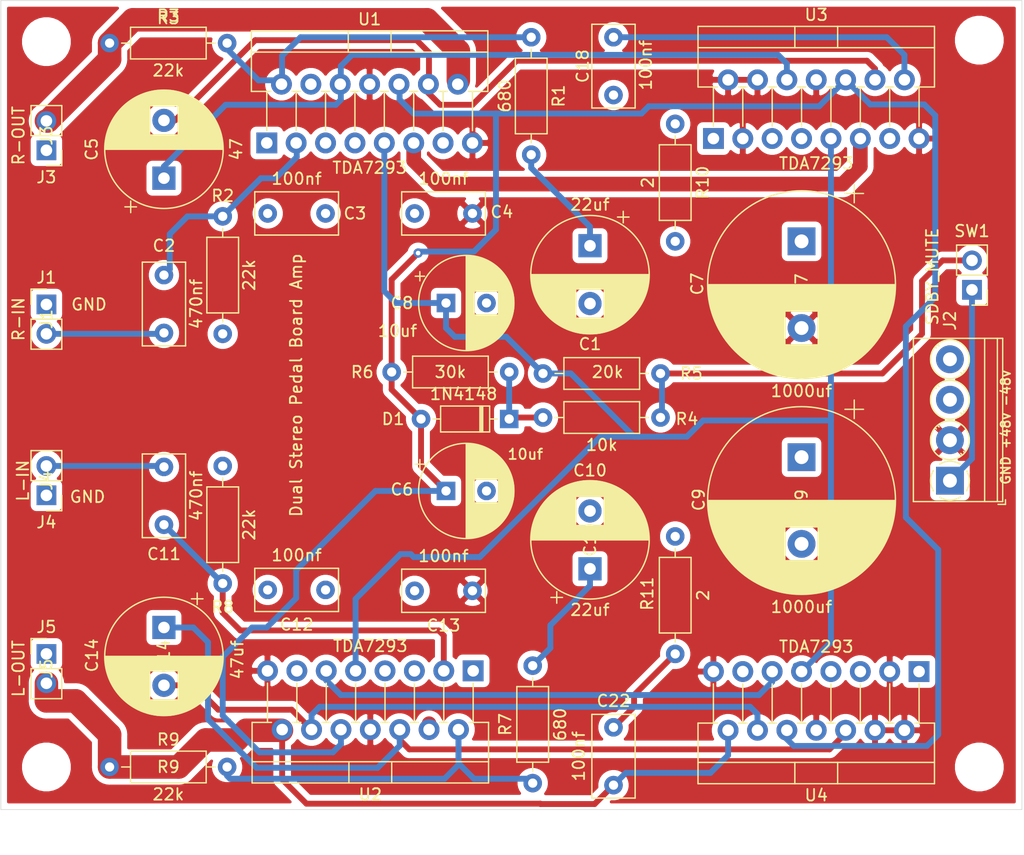
<source format=kicad_pcb>
(kicad_pcb (version 20171130) (host pcbnew "(5.1.8-0-10_14)")
  (layers (0 -48 signal) (1 +48 power) (2 GND power) (31 B.Cu signal) (34 B.Paste user) (35 F.Paste user) (36 B.SilkS user) (37 F.SilkS user) (38 B.Mask user) (39 F.Mask user) (44 Edge.Cuts user))
  (net 0 "")
  (net 1 GND)
  (net 2 "Net-(C1-Pad1)")
  (net 3 "Net-(C2-Pad2)")
  (net 4 "Net-(C2-Pad1)")
  (net 5 "Net-(D1-Pad1)")
  (net 6 "Net-(R1-Pad1)")
  (net 7 +5V)
  (net 8 "Net-(C10-Pad1)")
  (net 9 "Net-(C11-Pad2)")
  (net 10 "Net-(C11-Pad1)")
  (net 11 "Net-(R7-Pad1)")
  (net 12 +48vFilter)
  (net 13 -48vFilter)
  (net 14 MUTE)
  (net 15 STBY)
  (net 16 "Net-(C5-Pad2)")
  (net 17 "Net-(C5-Pad1)")
  (net 18 "Net-(C14-Pad2)")
  (net 19 "Net-(C14-Pad1)")
  (net 20 "Net-(R4-Pad2)")
  (net 21 "Net-(C18-Pad1)")
  (net 22 "Net-(C22-Pad1)")
  (net 23 BUFF_DRV)
  (net 24 BUFF_DRV_L)
  (net 25 "Net-(C18-Pad2)")
  (net 26 "Net-(C22-Pad2)")
  (module TerminalBlock_Phoenix:TerminalBlock_Phoenix_PT-1,5-4-3.5-H_1x04_P3.50mm_Horizontal (layer -48) (at 196.215 82.55 90)
    (fp_text reference J2 (at 13.843 0 90) (layer F.SilkS))
    (fp_text value DC_IN)
    (pad 4 thru_hole circle (at 10.5 0 90) (size 2.4 2.4) (drill 1.2) (layers *.Cu *.Mask) (net 1 GND))
    (pad 3 thru_hole circle (at 7 0 90) (size 2.4 2.4) (drill 1.2) (layers *.Cu *.Mask) (net 12 +48vFilter))
    (pad 2 thru_hole circle (at 3.5 0 90) (size 2.4 2.4) (drill 1.2) (layers *.Cu *.Mask) (net 13 -48vFilter))
    (pad 1 thru_hole rect (at 0 0 90) (size 2.4 2.4) (drill 1.2) (layers *.Cu *.Mask) (net 7 +5V))
  )
  (module Package_TO_SOT_THT:TO-220-15_P2.54x2.54mm_StaggerOdd_Lead4.58mm_Vertical (layer -48) (at 193.548 99.06 180)
    (fp_text reference U4 (at 8.89 -10.7) (layer F.SilkS))
    (fp_text value TDA7293 (at 8.89 2.15) (layer F.SilkS))
    (pad 15 thru_hole oval (at 17.78 0 180) (size 1.8 1.8) (drill 1) (layers *.Cu *.Mask) (net 13 -48vFilter))
    (pad 14 thru_hole oval (at 16.51 -5.08 180) (size 1.8 1.8) (drill 1) (layers *.Cu *.Mask) (net 26 "Net-(C22-Pad2)"))
    (pad 13 thru_hole oval (at 15.24 0 180) (size 1.8 1.8) (drill 1) (layers *.Cu *.Mask) (net 12 +48vFilter))
    (pad 12 thru_hole oval (at 13.97 -5.08 180) (size 1.8 1.8) (drill 1) (layers *.Cu *.Mask) (net 18 "Net-(C14-Pad2)"))
    (pad 11 thru_hole oval (at 12.7 0 180) (size 1.8 1.8) (drill 1) (layers *.Cu *.Mask) (net 24 BUFF_DRV_L))
    (pad 10 thru_hole oval (at 11.43 -5.08 180) (size 1.8 1.8) (drill 1) (layers *.Cu *.Mask) (net 14 MUTE))
    (pad 9 thru_hole oval (at 10.16 0 180) (size 1.8 1.8) (drill 1) (layers *.Cu *.Mask) (net 15 STBY))
    (pad 8 thru_hole oval (at 8.89 -5.08 180) (size 1.8 1.8) (drill 1) (layers *.Cu *.Mask) (net 13 -48vFilter))
    (pad 7 thru_hole oval (at 7.62 0 180) (size 1.8 1.8) (drill 1) (layers *.Cu *.Mask) (net 12 +48vFilter))
    (pad 6 thru_hole oval (at 6.35 -5.08 180) (size 1.8 1.8) (drill 1) (layers *.Cu *.Mask) (net 19 "Net-(C14-Pad1)"))
    (pad 5 thru_hole oval (at 5.08 0 180) (size 1.8 1.8) (drill 1) (layers *.Cu *.Mask))
    (pad 4 thru_hole oval (at 3.81 -5.08 180) (size 1.8 1.8) (drill 1) (layers *.Cu *.Mask) (net 13 -48vFilter))
    (pad 3 thru_hole oval (at 2.54 0 180) (size 1.8 1.8) (drill 1) (layers *.Cu *.Mask) (net 13 -48vFilter))
    (pad 2 thru_hole oval (at 1.27 -5.08 180) (size 1.8 1.8) (drill 1) (layers *.Cu *.Mask) (net 13 -48vFilter))
    (pad 1 thru_hole rect (at 0 0 180) (size 1.8 1.8) (drill 1) (layers *.Cu *.Mask) (net 1 GND))
  )
  (module Package_TO_SOT_THT:TO-220-15_P2.54x2.54mm_StaggerOdd_Lead4.58mm_Vertical (layer -48) (at 137.16 53.34)
    (fp_text reference U1 (at 8.89 -10.7) (layer F.SilkS))
    (fp_text value TDA7293 (at 8.89 2.15) (layer F.SilkS))
    (pad 15 thru_hole oval (at 17.78 0) (size 1.8 1.8) (drill 1) (layers *.Cu *.Mask) (net 13 -48vFilter))
    (pad 14 thru_hole oval (at 16.51 -5.08) (size 1.8 1.8) (drill 1) (layers *.Cu *.Mask) (net 25 "Net-(C18-Pad2)"))
    (pad 13 thru_hole oval (at 15.24 0) (size 1.8 1.8) (drill 1) (layers *.Cu *.Mask) (net 12 +48vFilter))
    (pad 12 thru_hole oval (at 13.97 -5.08) (size 1.8 1.8) (drill 1) (layers *.Cu *.Mask) (net 16 "Net-(C5-Pad2)"))
    (pad 11 thru_hole oval (at 12.7 0) (size 1.8 1.8) (drill 1) (layers *.Cu *.Mask) (net 23 BUFF_DRV))
    (pad 10 thru_hole oval (at 11.43 -5.08) (size 1.8 1.8) (drill 1) (layers *.Cu *.Mask) (net 14 MUTE))
    (pad 9 thru_hole oval (at 10.16 0) (size 1.8 1.8) (drill 1) (layers *.Cu *.Mask) (net 15 STBY))
    (pad 8 thru_hole oval (at 8.89 -5.08) (size 1.8 1.8) (drill 1) (layers *.Cu *.Mask) (net 13 -48vFilter))
    (pad 7 thru_hole oval (at 7.62 0) (size 1.8 1.8) (drill 1) (layers *.Cu *.Mask) (net 12 +48vFilter))
    (pad 6 thru_hole oval (at 6.35 -5.08) (size 1.8 1.8) (drill 1) (layers *.Cu *.Mask) (net 17 "Net-(C5-Pad1)"))
    (pad 5 thru_hole oval (at 5.08 0) (size 1.8 1.8) (drill 1) (layers *.Cu *.Mask))
    (pad 4 thru_hole oval (at 3.81 -5.08) (size 1.8 1.8) (drill 1) (layers *.Cu *.Mask) (net 1 GND))
    (pad 3 thru_hole oval (at 2.54 0) (size 1.8 1.8) (drill 1) (layers *.Cu *.Mask) (net 4 "Net-(C2-Pad1)"))
    (pad 2 thru_hole oval (at 1.27 -5.08) (size 1.8 1.8) (drill 1) (layers *.Cu *.Mask) (net 6 "Net-(R1-Pad1)"))
    (pad 1 thru_hole rect (at 0 0) (size 1.8 1.8) (drill 1) (layers *.Cu *.Mask) (net 1 GND))
  )
  (module Resistor_THT:R_Axial_DIN0207_L6.3mm_D2.5mm_P10.16mm_Horizontal (layer -48) (at 172.466 97.536 90)
    (fp_text reference R11 (at 5.207 -2.413 90) (layer F.SilkS))
    (fp_text value 2 (at 5.08 2.413 90) (layer F.SilkS))
    (pad 2 thru_hole oval (at 10.16 0 90) (size 1.6 1.6) (drill 0.8) (layers *.Cu *.Mask) (net 1 GND))
    (pad 1 thru_hole circle (at 0 0 90) (size 1.6 1.6) (drill 0.8) (layers *.Cu *.Mask) (net 22 "Net-(C22-Pad1)"))
  )
  (module Package_TO_SOT_THT:TO-220-15_P2.54x2.54mm_StaggerOdd_Lead4.58mm_Vertical (layer -48) (at 175.768 52.959)
    (fp_text reference U3 (at 8.89 -10.7) (layer F.SilkS))
    (fp_text value TDA7293 (at 8.89 2.15) (layer F.SilkS))
    (pad 15 thru_hole oval (at 17.78 0) (size 1.8 1.8) (drill 1) (layers *.Cu *.Mask) (net 13 -48vFilter))
    (pad 14 thru_hole oval (at 16.51 -5.08) (size 1.8 1.8) (drill 1) (layers *.Cu *.Mask) (net 25 "Net-(C18-Pad2)"))
    (pad 13 thru_hole oval (at 15.24 0) (size 1.8 1.8) (drill 1) (layers *.Cu *.Mask) (net 12 +48vFilter))
    (pad 12 thru_hole oval (at 13.97 -5.08) (size 1.8 1.8) (drill 1) (layers *.Cu *.Mask) (net 16 "Net-(C5-Pad2)"))
    (pad 11 thru_hole oval (at 12.7 0) (size 1.8 1.8) (drill 1) (layers *.Cu *.Mask) (net 23 BUFF_DRV))
    (pad 10 thru_hole oval (at 11.43 -5.08) (size 1.8 1.8) (drill 1) (layers *.Cu *.Mask) (net 14 MUTE))
    (pad 9 thru_hole oval (at 10.16 0) (size 1.8 1.8) (drill 1) (layers *.Cu *.Mask) (net 15 STBY))
    (pad 8 thru_hole oval (at 8.89 -5.08) (size 1.8 1.8) (drill 1) (layers *.Cu *.Mask) (net 13 -48vFilter))
    (pad 7 thru_hole oval (at 7.62 0) (size 1.8 1.8) (drill 1) (layers *.Cu *.Mask) (net 12 +48vFilter))
    (pad 6 thru_hole oval (at 6.35 -5.08) (size 1.8 1.8) (drill 1) (layers *.Cu *.Mask) (net 17 "Net-(C5-Pad1)"))
    (pad 5 thru_hole oval (at 5.08 0) (size 1.8 1.8) (drill 1) (layers *.Cu *.Mask))
    (pad 4 thru_hole oval (at 3.81 -5.08) (size 1.8 1.8) (drill 1) (layers *.Cu *.Mask) (net 13 -48vFilter))
    (pad 3 thru_hole oval (at 2.54 0) (size 1.8 1.8) (drill 1) (layers *.Cu *.Mask) (net 13 -48vFilter))
    (pad 2 thru_hole oval (at 1.27 -5.08) (size 1.8 1.8) (drill 1) (layers *.Cu *.Mask) (net 13 -48vFilter))
    (pad 1 thru_hole rect (at 0 0) (size 1.8 1.8) (drill 1) (layers *.Cu *.Mask) (net 1 GND))
  )
  (module Resistor_THT:R_Axial_DIN0207_L6.3mm_D2.5mm_P10.16mm_Horizontal (layer -48) (at 172.466 51.689 270)
    (fp_text reference R10 (at 5.08 -2.37 90) (layer F.SilkS))
    (fp_text value 2 (at 5.08 2.37 90) (layer F.SilkS))
    (pad 2 thru_hole oval (at 10.16 0 270) (size 1.6 1.6) (drill 0.8) (layers *.Cu *.Mask) (net 1 GND))
    (pad 1 thru_hole circle (at 0 0 270) (size 1.6 1.6) (drill 0.8) (layers *.Cu *.Mask) (net 21 "Net-(C18-Pad1)"))
  )
  (module Capacitor_THT:C_Rect_L7.0mm_W3.5mm_P5.00mm (layer -48) (at 167.132 103.886 270)
    (fp_text reference C22 (at -2.286 0 180) (layer F.SilkS))
    (fp_text value 100nf (at 2.5 3 90) (layer F.SilkS))
    (pad 2 thru_hole circle (at 5 0 270) (size 1.6 1.6) (drill 0.8) (layers *.Cu *.Mask) (net 26 "Net-(C22-Pad2)"))
    (pad 1 thru_hole circle (at 0 0 270) (size 1.6 1.6) (drill 0.8) (layers *.Cu *.Mask) (net 22 "Net-(C22-Pad1)"))
  )
  (module Capacitor_THT:C_Rect_L7.0mm_W3.5mm_P5.00mm (layer -48) (at 167.132 49.196 90)
    (fp_text reference C18 (at 2.5 -2.667 90) (layer F.SilkS))
    (fp_text value 100nf (at 2.587 2.794 90) (layer F.SilkS))
    (pad 2 thru_hole circle (at 5 0 90) (size 1.6 1.6) (drill 0.8) (layers *.Cu *.Mask) (net 25 "Net-(C18-Pad2)"))
    (pad 1 thru_hole circle (at 0 0 90) (size 1.6 1.6) (drill 0.8) (layers *.Cu *.Mask) (net 21 "Net-(C18-Pad1)"))
  )
  (module Capacitor_THT:CP_Radial_D10.0mm_P5.00mm (layer -48) (at 128.27 95.25 270)
    (fp_text reference C14 (at 2.413 6.223 90) (layer F.SilkS))
    (fp_text value 47uf (at 2.794 -6.35 90) (layer F.SilkS))
    (fp_text user %R (at 2.5 0 90) (layer F.SilkS))
    (pad 2 thru_hole circle (at 5 0 270) (size 2 2) (drill 1) (layers *.Cu *.Mask) (net 18 "Net-(C14-Pad2)"))
    (pad 1 thru_hole rect (at 0 0 270) (size 2 2) (drill 1) (layers *.Cu *.Mask) (net 19 "Net-(C14-Pad1)"))
  )
  (module Capacitor_THT:CP_Radial_D10.0mm_P5.00mm (layer -48) (at 128.27 56.388 90)
    (fp_text reference C5 (at 2.5 -6.25 90) (layer F.SilkS))
    (fp_text value 47 (at 2.5 6.25 90) (layer F.SilkS))
    (pad 2 thru_hole circle (at 5 0 90) (size 2 2) (drill 1) (layers *.Cu *.Mask) (net 16 "Net-(C5-Pad2)"))
    (pad 1 thru_hole rect (at 0 0 90) (size 2 2) (drill 1) (layers *.Cu *.Mask) (net 17 "Net-(C5-Pad1)"))
  )
  (module Capacitor_THT:CP_Radial_D8.0mm_P3.50mm (layer -48) (at 152.654 67.183)
    (fp_text reference C8 (at -3.81 0) (layer F.SilkS))
    (fp_text value 10uf (at -4.191 2.413) (layer F.SilkS))
    (pad 2 thru_hole circle (at 3.5 0) (size 1.6 1.6) (drill 0.8) (layers *.Cu *.Mask) (net 1 GND))
    (pad 1 thru_hole rect (at 0 0) (size 1.6 1.6) (drill 0.8) (layers *.Cu *.Mask) (net 15 STBY))
  )
  (module Capacitor_THT:CP_Radial_D8.0mm_P3.50mm (layer -48) (at 152.654 83.439)
    (fp_text reference C6 (at -3.81 -0.127) (layer F.SilkS))
    (fp_text value 10uf (at 6.858 -3.175) (layer F.SilkS) (effects (font (size 0.9 0.9))))
    (pad 2 thru_hole circle (at 3.5 0) (size 1.6 1.6) (drill 0.8) (layers *.Cu *.Mask) (net 1 GND))
    (pad 1 thru_hole rect (at 0 0) (size 1.6 1.6) (drill 0.8) (layers *.Cu *.Mask) (net 14 MUTE))
  )
  (module Capacitor_THT:CP_Radial_D10.0mm_P5.00mm (layer -48) (at 165.1 62.23 270)
    (fp_text reference C1 (at 8.509 0 180) (layer F.SilkS))
    (fp_text value 22uf (at -3.556 0 180) (layer F.SilkS))
    (pad 2 thru_hole circle (at 5 0 270) (size 2 2) (drill 1) (layers *.Cu *.Mask) (net 1 GND))
    (pad 1 thru_hole rect (at 0 0 270) (size 2 2) (drill 1) (layers *.Cu *.Mask) (net 2 "Net-(C1-Pad1)"))
  )
  (module MountingHole:MountingHole_3.2mm_M3 (layer -48) (at 118.11 107.315)
    (fp_text reference H4 hide)
    (fp_text value MountingHole hide)
    (fp_text user %R (at 0.3 0) (layer F.SilkS))
    (pad 1 np_thru_hole circle (at 0 0) (size 3.2 3.2) (drill 3.2) (layers *.Cu *.Mask))
  )
  (module MountingHole:MountingHole_3.2mm_M3 (layer -48) (at 198.755 44.45)
    (fp_text reference H3 hide)
    (fp_text value MountingHole hide)
    (fp_text user %R (at 0.3 0) (layer F.SilkS))
    (pad 1 np_thru_hole circle (at 0 0) (size 3.2 3.2) (drill 3.2) (layers *.Cu *.Mask))
  )
  (module MountingHole:MountingHole_3.2mm_M3 (layer -48) (at 198.755 107.315)
    (fp_text reference H2 hide)
    (fp_text value MountingHole hide)
    (fp_text user %R (at 0.3 0) (layer F.SilkS))
    (pad 1 np_thru_hole circle (at 0 0) (size 3.2 3.2) (drill 3.2) (layers *.Cu *.Mask))
  )
  (module MountingHole:MountingHole_3.2mm_M3 (layer -48) (at 118.11 44.577)
    (fp_text reference H1 hide)
    (fp_text value MountingHole hide)
    (fp_text user %R (at 0.127 0) (layer F.SilkS))
    (pad 1 np_thru_hole circle (at 0 0) (size 3.2 3.2) (drill 3.2) (layers *.Cu *.Mask))
  )
  (module Capacitor_THT:CP_Radial_D10.0mm_P5.00mm (layer -48) (at 165.1 90.17 90)
    (fp_text reference C10 (at 8.509 0 180) (layer F.SilkS))
    (fp_text value 22uf (at -3.556 0 180) (layer F.SilkS))
    (fp_text user %R (at 2.5 0 90) (layer F.SilkS))
    (pad 2 thru_hole circle (at 5 0 90) (size 2 2) (drill 1) (layers *.Cu *.Mask) (net 1 GND))
    (pad 1 thru_hole rect (at 0 0 90) (size 2 2) (drill 1) (layers *.Cu *.Mask) (net 8 "Net-(C10-Pad1)"))
  )
  (module Resistor_THT:R_Axial_DIN0207_L6.3mm_D2.5mm_P10.16mm_Horizontal (layer -48) (at 161.036 77.089)
    (fp_text reference R4 (at 12.446 0.127) (layer F.SilkS))
    (fp_text value 10k (at 5.08 2.37) (layer F.SilkS))
    (pad 2 thru_hole oval (at 10.16 0) (size 1.6 1.6) (drill 0.8) (layers *.Cu *.Mask) (net 20 "Net-(R4-Pad2)"))
    (pad 1 thru_hole circle (at 0 0) (size 1.6 1.6) (drill 0.8) (layers *.Cu *.Mask) (net 5 "Net-(D1-Pad1)"))
  )
  (module Capacitor_THT:C_Rect_L7.0mm_W3.5mm_P5.00mm (layer -48) (at 154.94 92.075 180)
    (fp_text reference C13 (at 2.5 -3) (layer F.SilkS))
    (fp_text value 100nf (at 2.5 3) (layer F.SilkS))
    (pad 2 thru_hole circle (at 5 0 180) (size 1.6 1.6) (drill 0.8) (layers *.Cu *.Mask) (net 1 GND))
    (pad 1 thru_hole circle (at 0 0 180) (size 1.6 1.6) (drill 0.8) (layers *.Cu *.Mask) (net 13 -48vFilter))
  )
  (module Package_TO_SOT_THT:TO-220-15_P2.54x2.54mm_StaggerOdd_Lead4.58mm_Vertical (layer -48) (at 155 99 180)
    (fp_text reference U2 (at 8.89 -10.7) (layer F.SilkS))
    (fp_text value TDA7293 (at 8.89 2.15) (layer F.SilkS))
    (fp_text user %R (at 8.89 -10.7) (layer F.SilkS))
    (pad 15 thru_hole oval (at 17.78 0 180) (size 1.8 1.8) (drill 1) (layers *.Cu *.Mask) (net 13 -48vFilter))
    (pad 14 thru_hole oval (at 16.51 -5.08 180) (size 1.8 1.8) (drill 1) (layers *.Cu *.Mask) (net 26 "Net-(C22-Pad2)"))
    (pad 13 thru_hole oval (at 15.24 0 180) (size 1.8 1.8) (drill 1) (layers *.Cu *.Mask) (net 12 +48vFilter))
    (pad 12 thru_hole oval (at 13.97 -5.08 180) (size 1.8 1.8) (drill 1) (layers *.Cu *.Mask) (net 18 "Net-(C14-Pad2)"))
    (pad 11 thru_hole oval (at 12.7 0 180) (size 1.8 1.8) (drill 1) (layers *.Cu *.Mask) (net 24 BUFF_DRV_L))
    (pad 10 thru_hole oval (at 11.43 -5.08 180) (size 1.8 1.8) (drill 1) (layers *.Cu *.Mask) (net 14 MUTE))
    (pad 9 thru_hole oval (at 10.16 0 180) (size 1.8 1.8) (drill 1) (layers *.Cu *.Mask) (net 15 STBY))
    (pad 8 thru_hole oval (at 8.89 -5.08 180) (size 1.8 1.8) (drill 1) (layers *.Cu *.Mask) (net 13 -48vFilter))
    (pad 7 thru_hole oval (at 7.62 0 180) (size 1.8 1.8) (drill 1) (layers *.Cu *.Mask) (net 12 +48vFilter))
    (pad 6 thru_hole oval (at 6.35 -5.08 180) (size 1.8 1.8) (drill 1) (layers *.Cu *.Mask) (net 19 "Net-(C14-Pad1)"))
    (pad 5 thru_hole oval (at 5.08 0 180) (size 1.8 1.8) (drill 1) (layers *.Cu *.Mask))
    (pad 4 thru_hole oval (at 3.81 -5.08 180) (size 1.8 1.8) (drill 1) (layers *.Cu *.Mask) (net 1 GND))
    (pad 3 thru_hole oval (at 2.54 0 180) (size 1.8 1.8) (drill 1) (layers *.Cu *.Mask) (net 10 "Net-(C11-Pad1)"))
    (pad 2 thru_hole oval (at 1.27 -5.08 180) (size 1.8 1.8) (drill 1) (layers *.Cu *.Mask) (net 11 "Net-(R7-Pad1)"))
    (pad 1 thru_hole rect (at 0 0 180) (size 1.8 1.8) (drill 1) (layers *.Cu *.Mask) (net 1 GND))
  )
  (module Resistor_THT:R_Axial_DIN0207_L6.3mm_D2.5mm_P10.16mm_Horizontal (layer -48) (at 123.571 107.315)
    (fp_text reference R9 (at 5.08 -2.37) (layer F.SilkS))
    (fp_text value 22k (at 5.08 2.37) (layer F.SilkS))
    (fp_text user %R (at 5.08 0) (layer F.SilkS))
    (pad 2 thru_hole oval (at 10.16 0) (size 1.6 1.6) (drill 0.8) (layers *.Cu *.Mask) (net 11 "Net-(R7-Pad1)"))
    (pad 1 thru_hole circle (at 0 0) (size 1.6 1.6) (drill 0.8) (layers *.Cu *.Mask) (net 26 "Net-(C22-Pad2)"))
  )
  (module Resistor_THT:R_Axial_DIN0207_L6.3mm_D2.5mm_P10.16mm_Horizontal (layer -48) (at 133.35 81.28 270)
    (fp_text reference R8 (at 12.192 0 180) (layer F.SilkS))
    (fp_text value 22k (at 5.08 -2.286 90) (layer F.SilkS))
    (pad 2 thru_hole oval (at 10.16 0 270) (size 1.6 1.6) (drill 0.8) (layers *.Cu *.Mask) (net 10 "Net-(C11-Pad1)"))
    (pad 1 thru_hole circle (at 0 0 270) (size 1.6 1.6) (drill 0.8) (layers *.Cu *.Mask) (net 1 GND))
  )
  (module Resistor_THT:R_Axial_DIN0207_L6.3mm_D2.5mm_P10.16mm_Horizontal (layer -48) (at 160.147 108.712 90)
    (fp_text reference R7 (at 5.08 -2.37 90) (layer F.SilkS))
    (fp_text value 680 (at 5.08 2.37 90) (layer F.SilkS))
    (pad 2 thru_hole oval (at 10.16 0 90) (size 1.6 1.6) (drill 0.8) (layers *.Cu *.Mask) (net 8 "Net-(C10-Pad1)"))
    (pad 1 thru_hole circle (at 0 0 90) (size 1.6 1.6) (drill 0.8) (layers *.Cu *.Mask) (net 11 "Net-(R7-Pad1)"))
  )
  (module Connector_PinHeader_2.54mm:PinHeader_1x02_P2.54mm_Vertical (layer -48) (at 118.11 97.536)
    (fp_text reference J5 (at 0 -2.33) (layer F.SilkS))
    (fp_text value L-OUT (at -2.413 1.27 270) (layer F.SilkS))
    (fp_text user %R (at 0 1.27 90) (layer F.SilkS))
    (pad 2 thru_hole oval (at 0 2.54) (size 1.7 1.7) (drill 1) (layers *.Cu *.Mask) (net 26 "Net-(C22-Pad2)"))
    (pad 1 thru_hole rect (at 0 0) (size 1.7 1.7) (drill 1) (layers *.Cu *.Mask) (net 1 GND))
  )
  (module Connector_PinHeader_2.54mm:PinHeader_1x02_P2.54mm_Vertical (layer -48) (at 118.11 83.82 180)
    (fp_text reference J4 (at 0 -2.33) (layer F.SilkS))
    (fp_text value L-IN (at 2.032 1.27 90) (layer F.SilkS))
    (fp_text user %R (at 0 1.27 90) (layer F.SilkS))
    (pad 2 thru_hole oval (at 0 2.54 180) (size 1.7 1.7) (drill 1) (layers *.Cu *.Mask) (net 9 "Net-(C11-Pad2)"))
    (pad 1 thru_hole rect (at 0 0 180) (size 1.7 1.7) (drill 1) (layers *.Cu *.Mask) (net 1 GND))
  )
  (module Capacitor_THT:C_Rect_L7.0mm_W3.5mm_P5.00mm (layer -48) (at 142.24 92 180)
    (fp_text reference C12 (at 2.5 -3) (layer F.SilkS))
    (fp_text value 100nf (at 2.5 3) (layer F.SilkS))
    (pad 2 thru_hole circle (at 5 0 180) (size 1.6 1.6) (drill 0.8) (layers *.Cu *.Mask) (net 1 GND))
    (pad 1 thru_hole circle (at 0 0 180) (size 1.6 1.6) (drill 0.8) (layers *.Cu *.Mask) (net 12 +48vFilter))
  )
  (module Capacitor_THT:C_Rect_L7.0mm_W3.5mm_P5.00mm (layer -48) (at 128.27 86.36 90)
    (fp_text reference C11 (at -2.54 0) (layer F.SilkS))
    (fp_text value 470nf (at 2.5 2.794 90) (layer F.SilkS))
    (pad 2 thru_hole circle (at 5 0 90) (size 1.6 1.6) (drill 0.8) (layers *.Cu *.Mask) (net 9 "Net-(C11-Pad2)"))
    (pad 1 thru_hole circle (at 0 0 90) (size 1.6 1.6) (drill 0.8) (layers *.Cu *.Mask) (net 10 "Net-(C11-Pad1)"))
  )
  (module Connector_PinHeader_2.54mm:PinHeader_1x02_P2.54mm_Vertical (layer -48) (at 198.12 66.04 180)
    (fp_text reference SW1 (at 0 5.08) (layer F.SilkS))
    (fp_text value SDBY_MUTE (at 3.429 1.143 270) (layer F.SilkS))
    (pad 2 thru_hole oval (at 0 2.54 180) (size 1.7 1.7) (drill 1) (layers *.Cu *.Mask) (net 20 "Net-(R4-Pad2)"))
    (pad 1 thru_hole rect (at 0 0 180) (size 1.7 1.7) (drill 1) (layers *.Cu *.Mask) (net 7 +5V))
  )
  (module Resistor_THT:R_Axial_DIN0207_L6.3mm_D2.5mm_P10.16mm_Horizontal (layer -48) (at 123.571 44.704)
    (fp_text reference R3 (at 5.08 -2.37) (layer F.SilkS))
    (fp_text value 22k (at 5.08 2.37) (layer F.SilkS))
    (fp_text user %R (at 5.08 -2.159) (layer F.SilkS))
    (pad 2 thru_hole oval (at 10.16 0) (size 1.6 1.6) (drill 0.8) (layers *.Cu *.Mask) (net 6 "Net-(R1-Pad1)"))
    (pad 1 thru_hole circle (at 0 0) (size 1.6 1.6) (drill 0.8) (layers *.Cu *.Mask) (net 25 "Net-(C18-Pad2)"))
  )
  (module Resistor_THT:R_Axial_DIN0207_L6.3mm_D2.5mm_P10.16mm_Horizontal (layer -48) (at 147.955 73.152)
    (fp_text reference R6 (at -2.54 0.009) (layer F.SilkS))
    (fp_text value 30k (at 5.08 0) (layer F.SilkS))
    (pad 2 thru_hole oval (at 10.16 0) (size 1.6 1.6) (drill 0.8) (layers *.Cu *.Mask) (net 5 "Net-(D1-Pad1)"))
    (pad 1 thru_hole circle (at 0 0) (size 1.6 1.6) (drill 0.8) (layers *.Cu *.Mask) (net 14 MUTE))
  )
  (module Resistor_THT:R_Axial_DIN0207_L6.3mm_D2.5mm_P10.16mm_Horizontal (layer -48) (at 161.036 73.279)
    (fp_text reference R5 (at 12.827 0) (layer F.SilkS))
    (fp_text value 20k (at 5.588 -0.127) (layer F.SilkS))
    (pad 2 thru_hole oval (at 10.16 0) (size 1.6 1.6) (drill 0.8) (layers *.Cu *.Mask) (net 20 "Net-(R4-Pad2)"))
    (pad 1 thru_hole circle (at 0 0) (size 1.6 1.6) (drill 0.8) (layers *.Cu *.Mask) (net 15 STBY))
  )
  (module Resistor_THT:R_Axial_DIN0207_L6.3mm_D2.5mm_P10.16mm_Horizontal (layer -48) (at 133.35 69.85 90)
    (fp_text reference R2 (at 11.938 0 180) (layer F.SilkS))
    (fp_text value 22k (at 5.08 2.286 90) (layer F.SilkS))
    (pad 2 thru_hole oval (at 10.16 0 90) (size 1.6 1.6) (drill 0.8) (layers *.Cu *.Mask) (net 4 "Net-(C2-Pad1)"))
    (pad 1 thru_hole circle (at 0 0 90) (size 1.6 1.6) (drill 0.8) (layers *.Cu *.Mask) (net 1 GND))
  )
  (module Resistor_THT:R_Axial_DIN0207_L6.3mm_D2.5mm_P10.16mm_Horizontal (layer -48) (at 160.02 44.196 270)
    (fp_text reference R1 (at 5.08 -2.37 90) (layer F.SilkS))
    (fp_text value 680 (at 5.08 2.286 90) (layer F.SilkS))
    (pad 2 thru_hole oval (at 10.16 0 270) (size 1.6 1.6) (drill 0.8) (layers *.Cu *.Mask) (net 2 "Net-(C1-Pad1)"))
    (pad 1 thru_hole circle (at 0 0 270) (size 1.6 1.6) (drill 0.8) (layers *.Cu *.Mask) (net 6 "Net-(R1-Pad1)"))
  )
  (module Connector_PinHeader_2.54mm:PinHeader_1x02_P2.54mm_Vertical (layer -48) (at 118.11 53.975 180)
    (fp_text reference J3 (at 0 -2.33) (layer F.SilkS))
    (fp_text value R-OUT (at 2.413 1.27 90) (layer F.SilkS))
    (fp_text user %R (at 0 1.27 90) (layer F.SilkS))
    (pad 2 thru_hole oval (at 0 2.54 180) (size 1.7 1.7) (drill 1) (layers *.Cu *.Mask) (net 25 "Net-(C18-Pad2)"))
    (pad 1 thru_hole rect (at 0 0 180) (size 1.7 1.7) (drill 1) (layers *.Cu *.Mask) (net 1 GND))
  )
  (module Connector_PinHeader_2.54mm:PinHeader_1x02_P2.54mm_Vertical (layer -48) (at 118.11 67.31)
    (fp_text reference J1 (at 0 -2.33) (layer F.SilkS))
    (fp_text value R-IN (at -2.413 1.27 90) (layer F.SilkS))
    (fp_text user %R (at 0 1.27 90) (layer F.SilkS))
    (pad 2 thru_hole oval (at 0 2.54) (size 1.7 1.7) (drill 1) (layers *.Cu *.Mask) (net 3 "Net-(C2-Pad2)"))
    (pad 1 thru_hole rect (at 0 0) (size 1.7 1.7) (drill 1) (layers *.Cu *.Mask) (net 1 GND))
  )
  (module Diode_THT:D_DO-35_SOD27_P7.62mm_Horizontal (layer -48) (at 158.115 77.216 180)
    (fp_text reference D1 (at 10.033 0) (layer F.SilkS))
    (fp_text value 1N4148 (at 3.937 2.159) (layer F.SilkS))
    (pad 2 thru_hole oval (at 7.62 0 180) (size 1.6 1.6) (drill 0.8) (layers *.Cu *.Mask) (net 14 MUTE))
    (pad 1 thru_hole rect (at 0 0 180) (size 1.6 1.6) (drill 0.8) (layers *.Cu *.Mask) (net 5 "Net-(D1-Pad1)"))
  )
  (module Capacitor_THT:CP_Radial_D16.0mm_P7.50mm (layer -48) (at 183.388 61.849 270)
    (fp_text reference C7 (at 3.683 9.017 270) (layer F.SilkS))
    (fp_text value 1000uf (at 12.954 0) (layer F.SilkS))
    (fp_text user %R (at 3.75 0 90) (layer F.SilkS))
    (pad 2 thru_hole circle (at 7.5 0 270) (size 2.4 2.4) (drill 1.2) (layers *.Cu *.Mask) (net 13 -48vFilter))
    (pad 1 thru_hole rect (at 0 0 270) (size 2.4 2.4) (drill 1.2) (layers *.Cu *.Mask) (net 1 GND))
  )
  (module Capacitor_THT:C_Rect_L7.0mm_W3.5mm_P5.00mm (layer -48) (at 154.94 59.436 180)
    (fp_text reference C4 (at -2.54 0.127) (layer F.SilkS))
    (fp_text value 100nf (at 2.5 3) (layer F.SilkS))
    (pad 2 thru_hole circle (at 5 0 180) (size 1.6 1.6) (drill 0.8) (layers *.Cu *.Mask) (net 1 GND))
    (pad 1 thru_hole circle (at 0 0 180) (size 1.6 1.6) (drill 0.8) (layers *.Cu *.Mask) (net 13 -48vFilter))
  )
  (module Capacitor_THT:CP_Radial_D16.0mm_P7.50mm (layer -48) (at 183.388 80.518 270)
    (fp_text reference C9 (at 3.683 8.89 270) (layer F.SilkS))
    (fp_text value 1000uf (at 12.954 0) (layer F.SilkS))
    (fp_text user %R (at 3.75 0 90) (layer F.SilkS))
    (pad 2 thru_hole circle (at 7.5 0 270) (size 2.4 2.4) (drill 1.2) (layers *.Cu *.Mask) (net 1 GND))
    (pad 1 thru_hole rect (at 0 0 270) (size 2.4 2.4) (drill 1.2) (layers *.Cu *.Mask) (net 12 +48vFilter))
  )
  (module Capacitor_THT:C_Rect_L7.0mm_W3.5mm_P5.00mm (layer -48) (at 142.24 59.436 180)
    (fp_text reference C3 (at -2.54 0) (layer F.SilkS))
    (fp_text value 100nf (at 2.5 3) (layer F.SilkS))
    (pad 2 thru_hole circle (at 5 0 180) (size 1.6 1.6) (drill 0.8) (layers *.Cu *.Mask) (net 1 GND))
    (pad 1 thru_hole circle (at 0 0 180) (size 1.6 1.6) (drill 0.8) (layers *.Cu *.Mask) (net 12 +48vFilter))
  )
  (module Capacitor_THT:C_Rect_L7.0mm_W3.5mm_P5.00mm (layer -48) (at 128.27 64.77 270)
    (fp_text reference C2 (at -2.54 0) (layer F.SilkS))
    (fp_text value 470nf (at 2.5 -2.794 90) (layer F.SilkS))
    (pad 2 thru_hole circle (at 5 0 270) (size 1.6 1.6) (drill 0.8) (layers *.Cu *.Mask) (net 3 "Net-(C2-Pad2)"))
    (pad 1 thru_hole circle (at 0 0 270) (size 1.6 1.6) (drill 0.8) (layers *.Cu *.Mask) (net 4 "Net-(C2-Pad1)"))
  )
  (gr_text GND (at 121.666 83.947) (layer F.SilkS) (effects (font (size 1 1))))
  (gr_text GND (at 121.793 67.31) (layer F.SilkS) (effects (font (size 1 1))))
  (gr_text "Dual Stereo Pedal Board Amp" (at 139.7 74.295 90) (layer F.SilkS) (effects (font (size 1 1))))
  (gr_text GND (at 201.041 81.661 90) (layer F.SilkS) (effects (font (size 0.8 0.8))))
  (gr_text -48v (at 201.041 74.549 90) (layer F.SilkS) (effects (font (size 0.8 0.8))))
  (gr_text +48v (at 201.041 78.232 90) (layer F.SilkS) (effects (font (size 0.8 0.8))))
  (gr_line (start 114.173 41.021) (end 202.438 41.021) (layer Edge.Cuts) (width 0.05))
  (gr_line (start 114.173 110.998) (end 114.173 41.021) (layer Edge.Cuts) (width 0.05))
  (gr_line (start 202.438 110.998) (end 114.173 110.998) (layer Edge.Cuts) (width 0.05))
  (gr_line (start 202.438 111) (end 202.438 41.021) (layer Edge.Cuts) (width 0.05))
  (segment (start 151.19 103.572) (end 151.19 104.08) (width 1.27) (layer -48) (net 1))
  (segment (start 137.21 59.406) (end 137.24 59.436) (width 1.27) (layer -48) (net 1))
  (segment (start 160.02 55.499) (end 160.02 54.356) (width 0.508) (layer B.Cu) (net 2))
  (segment (start 165.1 60.579) (end 160.02 55.499) (width 0.508) (layer B.Cu) (net 2))
  (segment (start 165.1 62.23) (end 165.1 60.579) (width 0.508) (layer B.Cu) (net 2))
  (segment (start 128.19 69.85) (end 118.11 69.85) (width 0.508) (layer B.Cu) (net 3))
  (segment (start 128.27 69.77) (end 128.19 69.85) (width 0.508) (layer B.Cu) (net 3))
  (segment (start 139.75 54.56) (end 139.75 53) (width 0.508) (layer B.Cu) (net 4))
  (segment (start 137.922 56.388) (end 139.75 54.56) (width 0.508) (layer B.Cu) (net 4))
  (segment (start 136.652 56.388) (end 137.922 56.388) (width 0.508) (layer B.Cu) (net 4))
  (segment (start 133.35 59.69) (end 136.652 56.388) (width 0.508) (layer B.Cu) (net 4))
  (segment (start 130.302 59.69) (end 133.35 59.69) (width 0.508) (layer B.Cu) (net 4))
  (segment (start 128.778 61.214) (end 130.302 59.69) (width 0.508) (layer B.Cu) (net 4))
  (segment (start 128.778 64.262) (end 128.778 61.214) (width 0.508) (layer B.Cu) (net 4))
  (segment (start 128.27 64.77) (end 128.778 64.262) (width 0.508) (layer B.Cu) (net 4))
  (segment (start 158.115 72.771) (end 158.115 77.216) (width 0.508) (layer B.Cu) (net 5))
  (segment (start 158.242 77.089) (end 158.115 77.216) (width 0.508) (layer -48) (net 5))
  (segment (start 161.036 77.089) (end 158.242 77.089) (width 0.508) (layer -48) (net 5))
  (segment (start 133.731 45.212) (end 133.731 44.704) (width 0.508) (layer B.Cu) (net 6))
  (segment (start 136.439 47.92) (end 133.731 45.212) (width 0.508) (layer B.Cu) (net 6))
  (segment (start 138.48 47.92) (end 136.439 47.92) (width 0.508) (layer B.Cu) (net 6))
  (segment (start 138.48 45.797) (end 138.48 47.92) (width 0.508) (layer B.Cu) (net 6))
  (segment (start 140.081 44.196) (end 138.48 45.797) (width 0.508) (layer B.Cu) (net 6))
  (segment (start 160.02 44.196) (end 140.081 44.196) (width 0.508) (layer B.Cu) (net 6))
  (segment (start 198.12 80.645) (end 196.215 82.55) (width 0.508) (layer B.Cu) (net 7))
  (segment (start 198.12 66.04) (end 198.12 80.645) (width 0.508) (layer B.Cu) (net 7))
  (segment (start 165.1 91.6305) (end 165.1 90.17) (width 0.508) (layer B.Cu) (net 8))
  (segment (start 161.671 95.0595) (end 165.1 91.6305) (width 0.508) (layer B.Cu) (net 8))
  (segment (start 161.671 97.028) (end 161.671 95.0595) (width 0.508) (layer B.Cu) (net 8))
  (segment (start 160.147 98.552) (end 161.671 97.028) (width 0.508) (layer B.Cu) (net 8))
  (segment (start 128.19 81.28) (end 118.11 81.28) (width 0.508) (layer B.Cu) (net 9))
  (segment (start 128.27 81.36) (end 128.19 81.28) (width 0.508) (layer B.Cu) (net 9))
  (segment (start 134.874 95.504) (end 133.35 93.98) (width 0.508) (layer -48) (net 10))
  (segment (start 152.019 95.504) (end 134.874 95.504) (width 0.508) (layer -48) (net 10))
  (segment (start 133.35 93.98) (end 133.35 91.44) (width 0.508) (layer -48) (net 10))
  (segment (start 152.46 95.945) (end 152.019 95.504) (width 0.508) (layer -48) (net 10))
  (segment (start 152.46 99) (end 152.46 95.945) (width 0.508) (layer -48) (net 10))
  (segment (start 133.35 91.44) (end 128.27 86.36) (width 0.508) (layer B.Cu) (net 10))
  (segment (start 133.731 108.077) (end 133.731 107.315) (width 0.508) (layer B.Cu) (net 11))
  (segment (start 133.985 108.331) (end 133.731 108.077) (width 0.508) (layer B.Cu) (net 11))
  (segment (start 153.73 107.128) (end 152.527 108.331) (width 0.508) (layer B.Cu) (net 11))
  (segment (start 152.527 108.331) (end 133.985 108.331) (width 0.508) (layer B.Cu) (net 11))
  (segment (start 153.73 104.08) (end 153.73 107.128) (width 0.508) (layer B.Cu) (net 11))
  (segment (start 159.766 108.331) (end 160.147 108.712) (width 0.508) (layer B.Cu) (net 11))
  (segment (start 155.067 108.331) (end 159.766 108.331) (width 0.508) (layer B.Cu) (net 11))
  (segment (start 153.73 106.994) (end 155.067 108.331) (width 0.508) (layer B.Cu) (net 11))
  (segment (start 153.73 104.08) (end 153.73 106.994) (width 0.508) (layer B.Cu) (net 11))
  (segment (start 139.827 98.933) (end 139.76 99) (width 1.27) (layer -48) (net 12))
  (segment (start 178.308 99.06) (end 178.181 99.06) (width 1.27) (layer -48) (net 12))
  (segment (start 178.181 99.06) (end 178.308 98.933) (width 1.27) (layer -48) (net 12))
  (segment (start 185.928 99.06) (end 186.055 98.933) (width 1.27) (layer -48) (net 12))
  (segment (start 154.99 53) (end 154.94 53.05) (width 1.27) (layer -48) (net 13))
  (segment (start 183.388 69.215) (end 183.388 69.349) (width 1.27) (layer B.Cu) (net 13))
  (segment (start 183.381 69.342) (end 183.388 69.349) (width 1.27) (layer B.Cu) (net 13))
  (segment (start 143.57 104.08) (end 143.92 104.08) (width 0.508) (layer -48) (net 14))
  (segment (start 148.64 49.58) (end 149.86 50.8) (width 0.508) (layer B.Cu) (net 14))
  (segment (start 148.64 47.92) (end 148.64 49.58) (width 0.508) (layer B.Cu) (net 14))
  (segment (start 149.86 50.8) (end 156.972 50.8) (width 0.508) (layer B.Cu) (net 14))
  (segment (start 169.545 50.8) (end 156.972 50.8) (width 0.508) (layer B.Cu) (net 14))
  (segment (start 170.18 50.165) (end 169.545 50.8) (width 0.508) (layer B.Cu) (net 14))
  (segment (start 184.912 50.165) (end 170.18 50.165) (width 0.508) (layer B.Cu) (net 14))
  (segment (start 187.198 47.879) (end 184.912 50.165) (width 0.508) (layer B.Cu) (net 14))
  (segment (start 147.955 74.676) (end 150.495 77.216) (width 0.508) (layer -48) (net 14))
  (segment (start 147.955 73.152) (end 147.955 74.676) (width 0.508) (layer -48) (net 14))
  (segment (start 150.495 81.28) (end 152.654 83.439) (width 0.508) (layer -48) (net 14))
  (segment (start 150.495 77.216) (end 150.495 81.28) (width 0.508) (layer -48) (net 14))
  (segment (start 182.710001 105.494001) (end 194.225999 105.494001) (width 0.508) (layer B.Cu) (net 14))
  (segment (start 195.199 104.521) (end 195.199 98.093798) (width 0.508) (layer B.Cu) (net 14))
  (segment (start 194.225999 105.494001) (end 195.199 104.521) (width 0.508) (layer B.Cu) (net 14))
  (segment (start 182.118 104.902) (end 182.710001 105.494001) (width 0.508) (layer B.Cu) (net 14))
  (segment (start 182.118 104.14) (end 182.118 104.902) (width 0.508) (layer B.Cu) (net 14))
  (segment (start 189.322999 50.003999) (end 187.198 47.879) (width 0.508) (layer B.Cu) (net 14))
  (segment (start 194.945 50.961001) (end 193.987998 50.003999) (width 0.508) (layer B.Cu) (net 14))
  (segment (start 193.987998 50.003999) (end 189.322999 50.003999) (width 0.508) (layer B.Cu) (net 14))
  (segment (start 192.405 85.725) (end 192.405 69.215) (width 0.508) (layer B.Cu) (net 14))
  (segment (start 195.199 88.519) (end 192.405 85.725) (width 0.508) (layer B.Cu) (net 14))
  (segment (start 194.945 66.675) (end 194.945 50.961001) (width 0.508) (layer B.Cu) (net 14))
  (segment (start 192.405 69.215) (end 194.945 66.675) (width 0.508) (layer B.Cu) (net 14))
  (segment (start 195.199 98.044) (end 195.199 88.519) (width 0.508) (layer B.Cu) (net 14))
  (segment (start 147.955 65.151) (end 150.241 62.865) (width 0.508) (layer -48) (net 14))
  (segment (start 147.955 73.152) (end 147.955 65.151) (width 0.508) (layer -48) (net 14))
  (via (at 150.241 62.865) (size 0.8) (drill 0.4) (layers -48 B.Cu) (net 14))
  (segment (start 156.972 60.833) (end 155.067 62.738) (width 0.508) (layer B.Cu) (net 14))
  (segment (start 150.368 62.738) (end 150.241 62.865) (width 0.508) (layer B.Cu) (net 14))
  (segment (start 155.067 62.738) (end 150.368 62.738) (width 0.508) (layer B.Cu) (net 14))
  (segment (start 156.972 50.8) (end 156.972 60.833) (width 0.508) (layer B.Cu) (net 14))
  (segment (start 146.558 83.439) (end 152.654 83.439) (width 0.508) (layer B.Cu) (net 14))
  (segment (start 139.7 90.297) (end 146.558 83.439) (width 0.508) (layer B.Cu) (net 14))
  (segment (start 135.89 95.25) (end 137.16 95.25) (width 0.508) (layer B.Cu) (net 14))
  (segment (start 133.35 102.87) (end 133.35 97.79) (width 0.508) (layer B.Cu) (net 14))
  (segment (start 139.7 92.71) (end 139.7 90.297) (width 0.508) (layer B.Cu) (net 14))
  (segment (start 137.16 95.25) (end 139.7 92.71) (width 0.508) (layer B.Cu) (net 14))
  (segment (start 142.875 106.045) (end 136.525 106.045) (width 0.508) (layer B.Cu) (net 14))
  (segment (start 136.525 106.045) (end 133.35 102.87) (width 0.508) (layer B.Cu) (net 14))
  (segment (start 133.35 97.79) (end 135.89 95.25) (width 0.508) (layer B.Cu) (net 14))
  (segment (start 143.57 105.35) (end 142.875 106.045) (width 0.508) (layer B.Cu) (net 14))
  (segment (start 143.57 104.08) (end 143.57 105.35) (width 0.508) (layer B.Cu) (net 14))
  (segment (start 185.928 96.52) (end 183.388 99.06) (width 0.508) (layer B.Cu) (net 15))
  (segment (start 185.928 52.959) (end 185.928 96.52) (width 0.508) (layer B.Cu) (net 15))
  (segment (start 183.388 99.06) (end 182.88 98.552) (width 0.508) (layer B.Cu) (net 15))
  (segment (start 147.32 53.05) (end 147.37 53) (width 0.508) (layer B.Cu) (net 15))
  (segment (start 148.336 67.183) (end 147.32 66.167) (width 0.508) (layer B.Cu) (net 15))
  (segment (start 147.32 66.167) (end 147.32 53.05) (width 0.508) (layer B.Cu) (net 15))
  (segment (start 152.654 67.183) (end 148.336 67.183) (width 0.508) (layer B.Cu) (net 15))
  (segment (start 163.449 73.279) (end 161.036 73.279) (width 0.508) (layer B.Cu) (net 15))
  (segment (start 173.482 78.74) (end 168.91 78.74) (width 0.508) (layer B.Cu) (net 15))
  (segment (start 168.91 78.74) (end 163.449 73.279) (width 0.508) (layer B.Cu) (net 15))
  (segment (start 174.879 77.343) (end 173.482 78.74) (width 0.508) (layer B.Cu) (net 15))
  (segment (start 185.928 77.343) (end 174.879 77.343) (width 0.508) (layer B.Cu) (net 15))
  (segment (start 165.989 78.74) (end 169.672 78.74) (width 0.508) (layer B.Cu) (net 15))
  (segment (start 155.575 89.154) (end 165.989 78.74) (width 0.508) (layer B.Cu) (net 15))
  (segment (start 149.86 89.154) (end 155.575 89.154) (width 0.508) (layer B.Cu) (net 15))
  (segment (start 144.84 99) (end 144.84 92.777) (width 0.508) (layer B.Cu) (net 15))
  (segment (start 144.84 92.777) (end 148.717 88.9) (width 0.508) (layer B.Cu) (net 15))
  (segment (start 149.606 88.9) (end 149.86 89.154) (width 0.508) (layer B.Cu) (net 15))
  (segment (start 148.717 88.9) (end 149.606 88.9) (width 0.508) (layer B.Cu) (net 15))
  (segment (start 152.654 69.342) (end 152.654 67.183) (width 0.508) (layer B.Cu) (net 15))
  (segment (start 153.416 70.104) (end 152.654 69.342) (width 0.508) (layer B.Cu) (net 15))
  (segment (start 157.861 70.104) (end 153.416 70.104) (width 0.508) (layer B.Cu) (net 15))
  (segment (start 161.036 73.279) (end 157.861 70.104) (width 0.508) (layer B.Cu) (net 15))
  (segment (start 129.22548 51.388) (end 128.27 51.388) (width 0.508) (layer -48) (net 16))
  (segment (start 136.16348 44.45) (end 129.22548 51.388) (width 0.508) (layer -48) (net 16))
  (segment (start 150.114 44.45) (end 136.16348 44.45) (width 0.508) (layer -48) (net 16))
  (segment (start 151.18 45.516) (end 150.114 44.45) (width 0.508) (layer -48) (net 16))
  (segment (start 151.18 47.92) (end 151.18 45.516) (width 0.508) (layer -48) (net 16))
  (segment (start 152.146 50.038) (end 151.13 49.022) (width 0.508) (layer -48) (net 16))
  (segment (start 158.75 46.228) (end 154.94 50.038) (width 0.508) (layer -48) (net 16))
  (segment (start 189.738 47.879) (end 189.738 46.9265) (width 0.508) (layer -48) (net 16))
  (segment (start 189.0395 46.228) (end 158.75 46.228) (width 0.508) (layer -48) (net 16))
  (segment (start 151.13 49.022) (end 151.13 48.26) (width 0.508) (layer -48) (net 16))
  (segment (start 154.94 50.038) (end 152.146 50.038) (width 0.508) (layer -48) (net 16))
  (segment (start 189.738 46.9265) (end 189.0395 46.228) (width 0.508) (layer -48) (net 16))
  (segment (start 182.118 47.879) (end 182.118 47.244) (width 0.508) (layer B.Cu) (net 17))
  (segment (start 128.27 55.372) (end 128.27 56.388) (width 0.508) (layer B.Cu) (net 17))
  (segment (start 133.604 50.038) (end 128.27 55.372) (width 0.508) (layer B.Cu) (net 17))
  (segment (start 143.129 50.038) (end 133.604 50.038) (width 0.508) (layer B.Cu) (net 17))
  (segment (start 143.56 46.686) (end 143.56 49.607) (width 0.508) (layer B.Cu) (net 17))
  (segment (start 144.526 45.72) (end 143.56 46.686) (width 0.508) (layer B.Cu) (net 17))
  (segment (start 181.356 45.72) (end 144.526 45.72) (width 0.508) (layer B.Cu) (net 17))
  (segment (start 182.118 46.482) (end 181.356 45.72) (width 0.508) (layer B.Cu) (net 17))
  (segment (start 143.56 49.607) (end 143.129 50.038) (width 0.508) (layer B.Cu) (net 17))
  (segment (start 182.118 47.879) (end 182.118 46.482) (width 0.508) (layer B.Cu) (net 17))
  (segment (start 179.578 102.743) (end 179.578 104.14) (width 0.508) (layer B.Cu) (net 18))
  (segment (start 178.943 102.108) (end 179.578 102.743) (width 0.508) (layer B.Cu) (net 18))
  (segment (start 141.03 102.81) (end 141.732 102.108) (width 0.508) (layer B.Cu) (net 18))
  (segment (start 141.732 102.108) (end 178.943 102.108) (width 0.508) (layer B.Cu) (net 18))
  (segment (start 141.03 104.08) (end 141.03 102.81) (width 0.508) (layer B.Cu) (net 18))
  (segment (start 128.27 100.25) (end 130.857 100.25) (width 0.508) (layer -48) (net 18))
  (segment (start 130.857 100.25) (end 132.969 102.362) (width 0.508) (layer -48) (net 18))
  (segment (start 139.312 102.362) (end 141.03 104.08) (width 0.508) (layer -48) (net 18))
  (segment (start 132.969 102.362) (end 139.312 102.362) (width 0.508) (layer -48) (net 18))
  (segment (start 136.280511 107.388011) (end 132.08 103.1875) (width 0.508) (layer B.Cu) (net 19))
  (segment (start 132.08 103.1875) (end 132.08 96.52) (width 0.508) (layer B.Cu) (net 19))
  (segment (start 148.65 105.477) (end 146.738989 107.388011) (width 0.508) (layer B.Cu) (net 19))
  (segment (start 130.81 95.25) (end 128.27 95.25) (width 0.508) (layer B.Cu) (net 19))
  (segment (start 132.08 96.52) (end 130.81 95.25) (width 0.508) (layer B.Cu) (net 19))
  (segment (start 146.738989 107.388011) (end 136.280511 107.388011) (width 0.508) (layer B.Cu) (net 19))
  (segment (start 148.65 104.08) (end 148.65 105.477) (width 0.508) (layer B.Cu) (net 19))
  (segment (start 149.479 105.791) (end 185.801 105.791) (width 0.508) (layer -48) (net 19))
  (segment (start 148.65 104.962) (end 149.479 105.791) (width 0.508) (layer -48) (net 19))
  (segment (start 187.198 104.394) (end 187.198 104.14) (width 0.508) (layer -48) (net 19))
  (segment (start 185.801 105.791) (end 187.198 104.394) (width 0.508) (layer -48) (net 19))
  (segment (start 148.65 104.08) (end 148.65 104.962) (width 0.508) (layer -48) (net 19))
  (segment (start 171.323 73.406) (end 171.323 76.962) (width 0.508) (layer B.Cu) (net 20))
  (segment (start 171.323 76.962) (end 171.196 77.089) (width 0.508) (layer B.Cu) (net 20))
  (segment (start 171.196 73.279) (end 171.323 73.406) (width 0.508) (layer B.Cu) (net 20))
  (segment (start 193.802 69.85) (end 190.373 73.279) (width 0.508) (layer -48) (net 20))
  (segment (start 190.373 73.279) (end 171.196 73.279) (width 0.508) (layer -48) (net 20))
  (segment (start 193.802 65.278) (end 193.802 69.85) (width 0.508) (layer -48) (net 20))
  (segment (start 195.58 63.5) (end 193.802 65.278) (width 0.508) (layer -48) (net 20))
  (segment (start 198.628 63.5) (end 195.58 63.5) (width 0.508) (layer -48) (net 20))
  (segment (start 168.91 102.108) (end 168.91 101.092) (width 0.508) (layer -48) (net 22))
  (segment (start 168.91 101.092) (end 172.466 97.536) (width 0.508) (layer -48) (net 22))
  (segment (start 167.132 103.886) (end 168.91 102.108) (width 0.508) (layer -48) (net 22))
  (segment (start 188.468 55.372) (end 188.468 52.959) (width 1.27) (layer -48) (net 23))
  (segment (start 186.944 56.896) (end 188.468 55.372) (width 1.27) (layer -48) (net 23))
  (segment (start 151.892 56.896) (end 186.944 56.896) (width 1.27) (layer -48) (net 23))
  (segment (start 149.86 54.864) (end 151.892 56.896) (width 1.27) (layer -48) (net 23))
  (segment (start 149.86 53.34) (end 149.86 54.864) (width 1.27) (layer -48) (net 23))
  (segment (start 180.848 99.949) (end 180.848 99.06) (width 0.508) (layer B.Cu) (net 24))
  (segment (start 179.705 101.092) (end 180.848 99.949) (width 0.508) (layer B.Cu) (net 24))
  (segment (start 143.57 101.092) (end 179.705 101.092) (width 0.508) (layer B.Cu) (net 24))
  (segment (start 142.3 99.822) (end 143.57 101.092) (width 0.508) (layer B.Cu) (net 24))
  (segment (start 142.3 99) (end 142.3 99.822) (width 0.508) (layer B.Cu) (net 24))
  (segment (start 192.278 47.879) (end 192.278 45.72) (width 0.508) (layer B.Cu) (net 25))
  (segment (start 190.754 44.196) (end 167.132 44.196) (width 0.508) (layer B.Cu) (net 25))
  (segment (start 192.278 45.72) (end 190.754 44.196) (width 0.508) (layer B.Cu) (net 25))
  (segment (start 153.72 45.389) (end 153.72 47.92) (width 2.032) (layer -48) (net 25))
  (segment (start 151.018999 42.687999) (end 153.72 45.389) (width 2.032) (layer -48) (net 25))
  (segment (start 125.587001 42.687999) (end 151.018999 42.687999) (width 2.032) (layer -48) (net 25))
  (segment (start 123.571 44.704) (end 125.587001 42.687999) (width 2.032) (layer -48) (net 25))
  (segment (start 123.571 46.101) (end 123.571 44.704) (width 2.032) (layer -48) (net 25))
  (segment (start 118.237 51.435) (end 123.571 46.101) (width 2.032) (layer -48) (net 25))
  (segment (start 118.11 51.435) (end 118.237 51.435) (width 2.032) (layer -48) (net 25))
  (segment (start 138.49 104.08) (end 138.43 104.14) (width 0.508) (layer -48) (net 26))
  (segment (start 118.11 101.6) (end 118.11 100.076) (width 2.032) (layer -48) (net 26))
  (segment (start 123.571 104.521) (end 120.65 101.6) (width 2.032) (layer -48) (net 26))
  (segment (start 120.65 101.6) (end 118.11 101.6) (width 2.032) (layer -48) (net 26))
  (segment (start 123.571 107.315) (end 123.571 104.521) (width 2.032) (layer -48) (net 26))
  (segment (start 129.54 107.315) (end 123.571 107.315) (width 2.032) (layer -48) (net 26))
  (segment (start 134.542001 104.979999) (end 131.875001 104.979999) (width 2.032) (layer -48) (net 26))
  (segment (start 131.875001 104.979999) (end 129.54 107.315) (width 2.032) (layer -48) (net 26))
  (segment (start 135.382 104.14) (end 134.542001 104.979999) (width 2.032) (layer -48) (net 26))
  (segment (start 138.43 104.14) (end 135.382 104.14) (width 2.032) (layer -48) (net 26))
  (segment (start 165.49901 110.51899) (end 167.132 108.886) (width 0.508) (layer -48) (net 26))
  (segment (start 160.82807 110.51899) (end 165.49901 110.51899) (width 0.508) (layer -48) (net 26))
  (segment (start 140.589 110.49) (end 160.79908 110.49) (width 0.508) (layer -48) (net 26))
  (segment (start 138.49 108.391) (end 140.589 110.49) (width 0.508) (layer -48) (net 26))
  (segment (start 160.79908 110.49) (end 160.82807 110.51899) (width 0.508) (layer -48) (net 26))
  (segment (start 138.49 104.08) (end 138.49 108.391) (width 0.508) (layer -48) (net 26))
  (segment (start 168.195 107.823) (end 167.132 108.886) (width 0.508) (layer B.Cu) (net 26))
  (segment (start 175.514 107.823) (end 168.195 107.823) (width 0.508) (layer B.Cu) (net 26))
  (segment (start 177.038 106.299) (end 175.514 107.823) (width 0.508) (layer B.Cu) (net 26))
  (segment (start 177.038 104.14) (end 177.038 106.299) (width 0.508) (layer B.Cu) (net 26))
  (zone (net 13) (net_name -48vFilter) (layer -48) (connect_pads (clearance 0.508)) (min_thickness 0.254) (fill yes (arc_segments 32) (thermal_gap 0.508) (thermal_bridge_width 0.508))
    (polygon (pts (xy 202.438 110.998) (xy 114.173 110.998) (xy 114.173 41.021) (xy 202.438 41.021)))
  )
)
</source>
